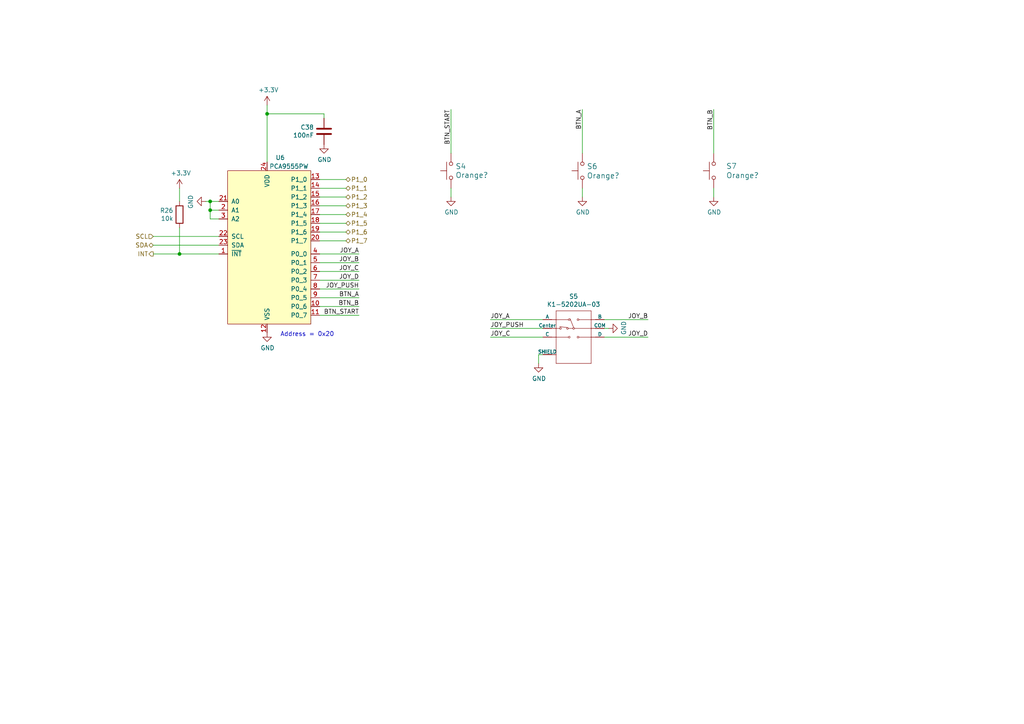
<source format=kicad_sch>
(kicad_sch (version 20230221) (generator eeschema)
  (paper "A4")
  (lib_symbols
    (symbol "Device:C" (pin_numbers hide) (pin_names (offset 0.254))
      (property "Reference" "C" (at 0.635 2.54 0))
      (property "Value" "C" (at 0.635 -2.54 0))
      (symbol "C_0_1"
        (polyline (pts (xy -2.032 -0.762) (xy 2.032 -0.762)) (stroke (width 0.508)))
        (polyline (pts (xy -2.032 0.762) (xy 2.032 0.762)) (stroke (width 0.508)))
      )
      (symbol "C_1_1"
        (pin passive line (at 0 3.81 270) (length 2.794) (name "~") (number "1"))
        (pin passive line (at 0 -3.81 90) (length 2.794) (name "~") (number "2"))
      )
    )
    (symbol "Device:R" (pin_numbers hide) (pin_names (offset 0))
      (property "Reference" "R" (at 2.032 0 90))
      (property "Value" "R" (at 0 0 90))
      (symbol "R_0_1"
        (rectangle (start -1.016 -2.54) (end 1.016 2.54) (stroke (width 0.254)))
      )
      (symbol "R_1_1"
        (pin passive line (at 0 3.81 270) (length 1.27) (name "~") (number "1"))
        (pin passive line (at 0 -3.81 90) (length 1.27) (name "~") (number "2"))
      )
    )
    (symbol "Switch:SW_Push" (pin_numbers hide) (pin_names (offset 1.016) hide)
      (property "Reference" "SW" (at 1.27 2.54 0))
      (property "Value" "SW_Push" (at 0 -1.524 0))
      (symbol "SW_Push_0_1"
        (circle (center -2.032 0) (radius 0.508))
        (polyline (pts (xy 0 1.27) (xy 0 3.048)))
        (polyline (pts (xy 2.54 1.27) (xy -2.54 1.27)))
        (circle (center 2.032 0) (radius 0.508))
        (pin passive line (at -5.08 0 0) (length 2.54) (name "1") (number "1"))
        (pin passive line (at 5.08 0 180) (length 2.54) (name "2") (number "2"))
      )
    )
    (symbol "j_Interface_Expansion:PCA9555" (pin_names (offset 1.016))
      (property "Reference" "U" (at 0 0 0))
      (property "Value" "PCA9555" (at 0 -3.81 0))
      (symbol "PCA9555_0_1"
        (rectangle (start 12.7 21.59) (end -11.43 -22.86) (fill (type background)))
      )
      (symbol "PCA9555_1_1"
        (pin open_collector line (at -13.97 -2.54 0) (length 2.54) (name "~{INT}") (number "1"))
        (pin bidirectional line (at 15.24 -17.78 180) (length 2.54) (name "P0_6") (number "10"))
        (pin bidirectional line (at 15.24 -20.32 180) (length 2.54) (name "P0_7") (number "11"))
        (pin power_in line (at 0 -25.4 90) (length 2.54) (name "VSS") (number "12"))
        (pin bidirectional line (at 15.24 19.05 180) (length 2.54) (name "P1_0") (number "13"))
        (pin bidirectional line (at 15.24 16.51 180) (length 2.54) (name "P1_1") (number "14"))
        (pin bidirectional line (at 15.24 13.97 180) (length 2.54) (name "P1_2") (number "15"))
        (pin bidirectional line (at 15.24 11.43 180) (length 2.54) (name "P1_3") (number "16"))
        (pin bidirectional line (at 15.24 8.89 180) (length 2.54) (name "P1_4") (number "17"))
        (pin bidirectional line (at 15.24 6.35 180) (length 2.54) (name "P1_5") (number "18"))
        (pin bidirectional line (at 15.24 3.81 180) (length 2.54) (name "P1_6") (number "19"))
        (pin input line (at -13.97 10.16 0) (length 2.54) (name "A1") (number "2"))
        (pin bidirectional line (at 15.24 1.27 180) (length 2.54) (name "P1_7") (number "20"))
        (pin input line (at -13.97 12.7 0) (length 2.54) (name "A0") (number "21"))
        (pin input line (at -13.97 2.54 0) (length 2.54) (name "SCL") (number "22"))
        (pin bidirectional line (at -13.97 0 0) (length 2.54) (name "SDA") (number "23"))
        (pin power_in line (at 0 24.13 270) (length 2.54) (name "VDD") (number "24"))
        (pin input line (at -13.97 7.62 0) (length 2.54) (name "A2") (number "3"))
        (pin bidirectional line (at 15.24 -2.54 180) (length 2.54) (name "P0_0") (number "4"))
        (pin bidirectional line (at 15.24 -5.08 180) (length 2.54) (name "P0_1") (number "5"))
        (pin bidirectional line (at 15.24 -7.62 180) (length 2.54) (name "P0_2") (number "6"))
        (pin bidirectional line (at 15.24 -10.16 180) (length 2.54) (name "P0_3") (number "7"))
        (pin bidirectional line (at 15.24 -12.7 180) (length 2.54) (name "P0_4") (number "8"))
        (pin bidirectional line (at 15.24 -15.24 180) (length 2.54) (name "P0_5") (number "9"))
      )
    )
    (symbol "j_Switch:TMHU13-B" (pin_numbers hide) (pin_names (offset 0))
      (property "Reference" "S" (at -5.08 7.8994 0))
      (property "Value" "TMHU13-B" (at -5.1054 -9.1694 0))
      (symbol "TMHU13-B_0_0"
        (circle (center -3.81 2.54) (radius 0.254) (stroke (width 0.127)))
        (circle (center -1.778 2.54) (radius 0.254) (stroke (width 0.127)))
        (circle (center -1.27 0) (radius 0.254) (stroke (width 0.127)))
        (circle (center -1.27 5.08) (radius 0.254) (stroke (width 0.127)))
        (polyline (pts (xy -5.08 -7.62) (xy 5.08 -7.62)) (stroke (width 0.127)))
        (polyline (pts (xy -5.08 0) (xy -5.08 -7.62)) (stroke (width 0.127)))
        (polyline (pts (xy -5.08 0) (xy -1.524 0)) (stroke (width 0.127)))
        (polyline (pts (xy -5.08 2.54) (xy -5.08 0)) (stroke (width 0.127)))
        (polyline (pts (xy -5.08 2.54) (xy -4.064 2.54)) (stroke (width 0.127)))
        (polyline (pts (xy -5.08 5.08) (xy -5.08 2.54)) (stroke (width 0.127)))
        (polyline (pts (xy -5.08 5.08) (xy -1.524 5.08)) (stroke (width 0.127)))
        (polyline (pts (xy -5.08 7.62) (xy -5.08 5.08)) (stroke (width 0.127)))
        (polyline (pts (xy -5.08 7.62) (xy 5.08 7.62)) (stroke (width 0.127)))
        (polyline (pts (xy -1.778 2.794) (xy -4.064 3.048)) (stroke (width 0.127)))
        (polyline (pts (xy -1.524 2.54) (xy -0.254 2.54)) (stroke (width 0.127)))
        (polyline (pts (xy 0 2.794) (xy -1.016 5.334)) (stroke (width 0.127)))
        (polyline (pts (xy 5.08 0) (xy 1.524 0)) (stroke (width 0.127)))
        (polyline (pts (xy 5.08 0) (xy 5.08 -7.62)) (stroke (width 0.127)))
        (polyline (pts (xy 5.08 2.54) (xy 0.254 2.54)) (stroke (width 0.127)))
        (polyline (pts (xy 5.08 2.54) (xy 5.08 0)) (stroke (width 0.127)))
        (polyline (pts (xy 5.08 5.08) (xy 1.524 5.08)) (stroke (width 0.127)))
        (polyline (pts (xy 5.08 5.08) (xy 5.08 2.54)) (stroke (width 0.127)))
        (polyline (pts (xy 5.08 7.62) (xy 5.08 5.08)) (stroke (width 0.127)))
        (circle (center 0 2.54) (radius 0.254) (stroke (width 0.127)))
        (circle (center 1.27 0) (radius 0.254) (stroke (width 0.127)))
        (circle (center 1.27 5.08) (radius 0.254) (stroke (width 0.127)))
        (pin passive line (at -8.89 5.08 0) (length 2.54) (name "A") (number "1"))
        (pin passive line (at -8.89 2.54 0) (length 2.54) (name "Center") (number "2"))
        (pin passive line (at -8.89 0 0) (length 2.54) (name "C") (number "3"))
        (pin passive line (at 8.89 5.08 180) (length 2.54) (name "B") (number "4"))
        (pin passive line (at 8.89 2.54 180) (length 2.54) (name "COM") (number "5"))
        (pin passive line (at 8.89 0 180) (length 2.54) (name "D") (number "6"))
        (pin passive line (at -8.89 -5.08 0) (length 2.54) (name "SHIELD") (number "SH1"))
        (pin passive line (at -8.89 -5.08 0) (length 2.54) (name "SHIELD") (number "SH2"))
      )
      (symbol "TMHU13-B_0_1"
        (polyline (pts (xy -6.35 -5.08) (xy -5.08 -5.08)))
        (polyline (pts (xy -6.35 0) (xy -5.08 0)))
        (polyline (pts (xy -6.35 2.54) (xy -5.08 2.54)))
        (polyline (pts (xy -6.35 5.08) (xy -5.08 5.08)))
        (polyline (pts (xy 5.08 0) (xy 6.35 0)))
        (polyline (pts (xy 5.08 2.54) (xy 6.35 2.54)))
        (polyline (pts (xy 5.08 5.08) (xy 6.35 5.08)))
      )
    )
    (symbol "power:+3.3V" (power) (pin_names (offset 0))
      (property "Value" "+3.3V" (at 0 3.556 0))
      (symbol "+3.3V_0_1"
        (polyline (pts (xy -0.762 1.27) (xy 0 2.54)))
        (polyline (pts (xy 0 0) (xy 0 2.54)))
        (polyline (pts (xy 0 2.54) (xy 0.762 1.27)))
      )
      (symbol "+3.3V_1_1"
        (pin power_in line (at 0 0 90) (length 0) hide (name "+3.3V") (number "1"))
      )
    )
    (symbol "power:GND" (power) (pin_names (offset 0))
      (property "Value" "GND" (at 0 -3.81 0))
      (symbol "GND_0_1"
        (polyline (pts (xy 0 0) (xy 0 -1.27) (xy 1.27 -1.27) (xy 0 -2.54) (xy -1.27 -1.27) (xy 0 -1.27)))
      )
      (symbol "GND_1_1"
        (pin power_in line (at 0 0 270) (length 0) hide (name "GND") (number "1"))
      )
    )
  )
  (junction (at 60.96 60.96))
  (junction (at 60.96 58.42))
  (junction (at 52.07 73.66))
  (junction (at 77.47 33.02))
  (wire (pts (xy 92.71 62.23) (xy 100.33 62.23)))
  (wire (pts (xy 92.71 69.85) (xy 100.33 69.85)))
  (wire (pts (xy 92.71 54.61) (xy 100.33 54.61)))
  (wire (pts (xy 92.71 86.36) (xy 104.14 86.36)))
  (wire (pts (xy 92.71 52.07) (xy 100.33 52.07)))
  (wire (pts (xy 93.98 33.02) (xy 77.47 33.02)))
  (wire (pts (xy 142.24 97.79) (xy 157.48 97.79)))
  (wire (pts (xy 92.71 81.28) (xy 104.14 81.28)))
  (wire (pts (xy 92.71 83.82) (xy 104.14 83.82)))
  (wire (pts (xy 92.71 76.2) (xy 104.14 76.2)))
  (wire (pts (xy 130.81 31.75) (xy 130.81 44.45)))
  (wire (pts (xy 52.07 73.66) (xy 44.45 73.66)))
  (wire (pts (xy 175.26 97.79) (xy 187.96 97.79)))
  (wire (pts (xy 207.01 31.75) (xy 207.01 44.45)))
  (wire (pts (xy 168.91 54.61) (xy 168.91 57.15)))
  (wire (pts (xy 157.48 102.87) (xy 156.21 102.87)))
  (wire (pts (xy 92.71 91.44) (xy 104.14 91.44)))
  (wire (pts (xy 63.5 68.58) (xy 44.45 68.58)))
  (wire (pts (xy 142.24 92.71) (xy 157.48 92.71)))
  (wire (pts (xy 77.47 33.02) (xy 77.47 46.99)))
  (wire (pts (xy 92.71 67.31) (xy 100.33 67.31)))
  (wire (pts (xy 52.07 73.66) (xy 63.5 73.66)))
  (wire (pts (xy 92.71 64.77) (xy 100.33 64.77)))
  (wire (pts (xy 207.01 54.61) (xy 207.01 57.15)))
  (wire (pts (xy 60.96 60.96) (xy 60.96 58.42)))
  (wire (pts (xy 63.5 71.12) (xy 44.45 71.12)))
  (wire (pts (xy 93.98 34.29) (xy 93.98 33.02)))
  (wire (pts (xy 168.91 31.75) (xy 168.91 44.45)))
  (wire (pts (xy 130.81 54.61) (xy 130.81 57.15)))
  (wire (pts (xy 92.71 57.15) (xy 100.33 57.15)))
  (wire (pts (xy 59.69 58.42) (xy 60.96 58.42)))
  (wire (pts (xy 52.07 66.04) (xy 52.07 73.66)))
  (wire (pts (xy 92.71 73.66) (xy 104.14 73.66)))
  (wire (pts (xy 63.5 58.42) (xy 60.96 58.42)))
  (wire (pts (xy 60.96 63.5) (xy 60.96 60.96)))
  (wire (pts (xy 63.5 63.5) (xy 60.96 63.5)))
  (wire (pts (xy 175.26 95.25) (xy 176.53 95.25)))
  (wire (pts (xy 77.47 30.48) (xy 77.47 33.02)))
  (wire (pts (xy 52.07 58.42) (xy 52.07 54.61)))
  (wire (pts (xy 156.21 102.87) (xy 156.21 105.41)))
  (wire (pts (xy 92.71 78.74) (xy 104.14 78.74)))
  (wire (pts (xy 175.26 92.71) (xy 187.96 92.71)))
  (wire (pts (xy 60.96 60.96) (xy 63.5 60.96)))
  (wire (pts (xy 92.71 88.9) (xy 104.14 88.9)))
  (wire (pts (xy 92.71 59.69) (xy 100.33 59.69)))
  (wire (pts (xy 142.24 95.25) (xy 157.48 95.25)))
  (text "Address = 0x20" (at 81.28 97.79 0) (effects (font (size 1.27 1.27)) (justify left bottom)))
  (label "JOY_D" (at 187.96 97.79 180))
  (label "BTN_START" (at 130.81 31.75 270))
  (label "JOY_C" (at 142.24 97.79 0))
  (label "JOY_B" (at 104.14 76.2 180))
  (label "JOY_B" (at 187.96 92.71 180))
  (label "JOY_D" (at 104.14 81.28 180))
  (label "JOY_PUSH" (at 142.24 95.25 0))
  (label "BTN_A" (at 104.14 86.36 180))
  (label "JOY_A" (at 142.24 92.71 0))
  (label "BTN_B" (at 104.14 88.9 180))
  (label "BTN_A" (at 168.91 31.75 270))
  (label "BTN_B" (at 207.01 31.75 270))
  (label "JOY_C" (at 104.14 78.74 180))
  (label "JOY_A" (at 104.14 73.66 180))
  (label "JOY_PUSH" (at 104.14 83.82 180))
  (label "BTN_START" (at 104.14 91.44 180))
  (hierarchical_label "P1_3" (shape bidirectional) (at 100.33 59.69 0))
  (hierarchical_label "P1_6" (shape bidirectional) (at 100.33 67.31 0))
  (hierarchical_label "P1_1" (shape bidirectional) (at 100.33 54.61 0))
  (hierarchical_label "INT" (shape output) (at 44.45 73.66 180))
  (hierarchical_label "SCL" (shape input) (at 44.45 68.58 180))
  (hierarchical_label "SDA" (shape bidirectional) (at 44.45 71.12 180))
  (hierarchical_label "P1_2" (shape bidirectional) (at 100.33 57.15 0))
  (hierarchical_label "P1_7" (shape bidirectional) (at 100.33 69.85 0))
  (hierarchical_label "P1_5" (shape bidirectional) (at 100.33 64.77 0))
  (hierarchical_label "P1_0" (shape bidirectional) (at 100.33 52.07 0))
  (hierarchical_label "P1_4" (shape bidirectional) (at 100.33 62.23 0))
  (symbol (lib_id "power:GND") (at 168.91 57.15 0) (unit 1)
    (property "Reference" "#PWR087" (effects hide))
    (property "Value" "GND" (at 169.037 61.5442 0))
  )
  (symbol (lib_id "power:GND") (at 77.47 96.52 0) (unit 1)
    (property "Reference" "#PWR083" (effects hide))
    (property "Value" "GND" (at 77.597 100.9142 0))
  )
  (symbol (lib_id "power:GND") (at 130.81 57.15 0) (unit 1)
    (property "Reference" "#PWR085" (effects hide))
    (property "Value" "GND" (at 130.937 61.5442 0))
  )
  (symbol (lib_id "Device:R") (at 52.07 62.23 0) (mirror y) (unit 1)
    (property "Reference" "R26" (at 50.292 61.0616 0) (effects (justify left)))
    (property "Value" "10k" (at 50.292 63.373 0) (effects (justify left)))
    (property "Footprint" "Resistor_SMD:R_0402_1005Metric" (effects hide))
  )
  (symbol (lib_id "power:GND") (at 93.98 41.91 0) (unit 1)
    (property "Reference" "#PWR084" (effects hide))
    (property "Value" "GND" (at 94.107 46.3042 0))
  )
  (symbol (lib_id "Device:C") (at 93.98 38.1 0) (mirror y) (unit 1)
    (property "Reference" "C38" (at 91.059 36.9316 0) (effects (justify left)))
    (property "Value" "100nF" (at 91.059 39.243 0) (effects (justify left)))
    (property "Footprint" "Capacitor_SMD:C_0402_1005Metric" (effects hide))
  )
  (symbol (lib_id "power:GND") (at 156.21 105.41 0) (unit 1)
    (property "Reference" "#PWR086" (effects hide))
    (property "Value" "GND" (at 156.337 109.8042 0))
  )
  (symbol (lib_id "j_Interface_Expansion:PCA9555") (at 77.47 71.12 0) (unit 1)
    (property "Reference" "U6" (at 81.28 45.72 0))
    (property "Value" "PCA9555PW" (at 83.82 48.26 0))
    (property "Footprint" "Package_SO:TSSOP-24_4.4x7.8mm_P0.65mm" (effects hide))
    (property "MPN" "PCA9555PW" (effects hide))
    (property "LCSC" "C128392" (effects hide))
    (property "Manufacturer" "Texas Instruments" (effects hide))
  )
  (symbol (lib_id "power:GND") (at 59.69 58.42 270) (unit 1)
    (property "Reference" "#PWR081" (effects hide))
    (property "Value" "GND" (at 55.2958 58.547 0))
  )
  (symbol (lib_id "power:GND") (at 176.53 95.25 90) (unit 1)
    (property "Reference" "#PWR088" (effects hide))
    (property "Value" "GND" (at 180.9242 95.123 0))
  )
  (symbol (lib_id "j_Switch:TMHU13-B") (at 166.37 97.79 0) (unit 1)
    (property "Reference" "S5" (at 166.37 85.979 0))
    (property "Value" "K1-5202UA-03" (at 166.37 88.2904 0))
    (property "Footprint" "jeffmakes-footprints:SW_JS1400BFQ" (effects hide))
    (property "Datasheet" "E-Switch" (effects hide))
    (property "Field4" "Electromechanical Switch 5-Position Navigation Switch N.O. SP5T 0.05A T/R" (effects hide))
    (property "Field5" "None" (effects hide))
    (property "Field6" "JS1400BFQ" (effects hide))
    (property "Field7" "https://www.digikey.com/product-detail/en/e-switch/JS1400BFQ/EG5858-ND/4028190?utm_source=snapeda&utm_medium=aggregator&utm_campaign=symbol" (effects hide))
    (property "Field8" "EG5858-ND" (effects hide))
    (property "LCSC" "C145899" (effects hide))
    (property "MPN" "K1-5202UA-03" (effects hide))
    (property "Manufacturer" "HRO" (effects hide))
    (instances (project "tr23-badge-r1" (path "" (reference "S5") (unit 1)) (path "" (reference "S?") (unit 1))))
  )
  (symbol (lib_id "Switch:SW_Push") (at 130.81 49.53 90) (unit 1)
    (property "Reference" "S4" (at 132.08 48.26 90) (effects (font (size 1.524 1.524)) (justify right)))
    (property "Value" "Orange?" (at 132.08 50.8 90) (effects (font (size 1.524 1.524)) (justify right)))
    (property "Footprint" "Button_Switch_SMD:SW_SPST_PTS645" (effects hide))
    (property "Digi-Key_PN" "CKN9112CT-ND" (effects hide))
    (property "Category" "Switches" (effects hide))
    (property "Family" "Tactile Switches" (effects hide))
    (property "DK_Datasheet_Link" "https://www.ckswitches.com/media/1471/pts645.pdf" (effects hide))
    (property "DK_Detail_Page" "/product-detail/en/c-k/PTS645SM43SMTR92-LFS/CKN9112CT-ND/1146934" (effects hide))
    (property "Description" "SWITCH TACTILE SPST-NO 0.05A 12V" (effects hide))
    (property "Manufacturer" "C&K" (effects hide))
    (property "Status" "Active" (effects hide))
    (instances (project "tr23-badge-r1" (path "" (reference "S4") (unit 1)) (path "" (reference "S?") (unit 1))))
  )
  (symbol (lib_id "Switch:SW_Push") (at 168.91 49.53 90) (unit 1)
    (property "Reference" "S6" (at 170.18 48.26 90) (effects (font (size 1.524 1.524)) (justify right)))
    (property "Value" "Orange?" (at 170.18 50.9524 90) (effects (font (size 1.524 1.524)) (justify right)))
    (property "Footprint" "Button_Switch_SMD:SW_SPST_PTS645" (effects hide))
    (property "Digi-Key_PN" "CKN9112CT-ND" (effects hide))
    (property "Category" "Switches" (effects hide))
    (property "Family" "Tactile Switches" (effects hide))
    (property "DK_Datasheet_Link" "https://www.ckswitches.com/media/1471/pts645.pdf" (effects hide))
    (property "DK_Detail_Page" "/product-detail/en/c-k/PTS645SM43SMTR92-LFS/CKN9112CT-ND/1146934" (effects hide))
    (property "Description" "SWITCH TACTILE SPST-NO 0.05A 12V" (effects hide))
    (property "Manufacturer" "C&K" (effects hide))
    (property "Status" "Active" (effects hide))
    (instances (project "tr23-badge-r1" (path "" (reference "S6") (unit 1)) (path "" (reference "S?") (unit 1))))
  )
  (symbol (lib_id "Switch:SW_Push") (at 207.01 49.53 90) (unit 1)
    (property "Reference" "S7" (at 210.5914 48.1838 90) (effects (font (size 1.524 1.524)) (justify right)))
    (property "Value" "Orange?" (at 210.5914 50.8762 90) (effects (font (size 1.524 1.524)) (justify right)))
    (property "Footprint" "Button_Switch_SMD:SW_SPST_PTS645" (effects hide))
    (property "Digi-Key_PN" "CKN9112CT-ND" (effects hide))
    (property "Category" "Switches" (effects hide))
    (property "Family" "Tactile Switches" (effects hide))
    (property "DK_Datasheet_Link" "https://www.ckswitches.com/media/1471/pts645.pdf" (effects hide))
    (property "DK_Detail_Page" "/product-detail/en/c-k/PTS645SM43SMTR92-LFS/CKN9112CT-ND/1146934" (effects hide))
    (property "Description" "SWITCH TACTILE SPST-NO 0.05A 12V" (effects hide))
    (property "Manufacturer" "C&K" (effects hide))
    (property "Status" "Active" (effects hide))
    (instances (project "tr23-badge-r1" (path "" (reference "S7") (unit 1)) (path "" (reference "S?") (unit 1))))
  )
  (symbol (lib_id "power:+3.3V") (at 52.07 54.61 0) (unit 1)
    (property "Reference" "#PWR080" (effects hide))
    (property "Value" "+3.3V" (at 52.451 50.2158 0))
  )
  (symbol (lib_id "power:+3.3V") (at 77.47 30.48 0) (unit 1)
    (property "Reference" "#PWR082" (effects hide))
    (property "Value" "+3.3V" (at 77.851 26.0858 0))
  )
  (symbol (lib_id "power:GND") (at 207.01 57.15 0) (unit 1)
    (property "Reference" "#PWR089" (effects hide))
    (property "Value" "GND" (at 207.137 61.5442 0))
  )
)
</source>
